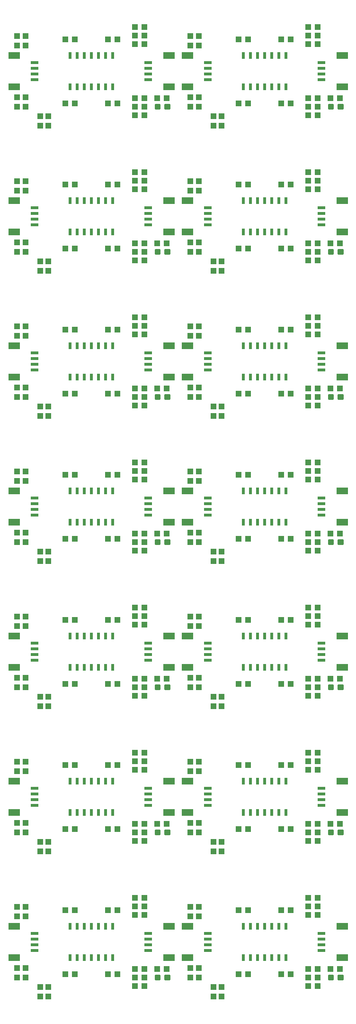
<source format=gtp>
G75*
%MOIN*%
%OFA0B0*%
%FSLAX25Y25*%
%IPPOS*%
%LPD*%
%AMOC8*
5,1,8,0,0,1.08239X$1,22.5*
%
%ADD10R,0.07874X0.04724*%
%ADD11R,0.05315X0.02362*%
%ADD12R,0.04331X0.03937*%
%ADD13R,0.03937X0.04331*%
%ADD14R,0.02362X0.04724*%
%ADD15C,0.01181*%
D10*
X0034281Y0067726D03*
X0034281Y0089774D03*
X0034281Y0169726D03*
X0034281Y0191774D03*
X0034281Y0271726D03*
X0034281Y0293774D03*
X0034281Y0373726D03*
X0034281Y0395774D03*
X0034281Y0475726D03*
X0034281Y0497774D03*
X0034281Y0577726D03*
X0034281Y0599774D03*
X0034281Y0679726D03*
X0034281Y0701774D03*
X0143219Y0701774D03*
X0156281Y0701774D03*
X0156281Y0679726D03*
X0143219Y0679726D03*
X0143219Y0599774D03*
X0156281Y0599774D03*
X0156281Y0577726D03*
X0143219Y0577726D03*
X0143219Y0497774D03*
X0156281Y0497774D03*
X0156281Y0475726D03*
X0143219Y0475726D03*
X0143219Y0395774D03*
X0143219Y0373726D03*
X0156281Y0373726D03*
X0156281Y0395774D03*
X0156281Y0293774D03*
X0143219Y0293774D03*
X0143219Y0271726D03*
X0156281Y0271726D03*
X0156281Y0191774D03*
X0143219Y0191774D03*
X0143219Y0169726D03*
X0156281Y0169726D03*
X0156281Y0089774D03*
X0143219Y0089774D03*
X0143219Y0067726D03*
X0156281Y0067726D03*
X0265219Y0067726D03*
X0265219Y0089774D03*
X0265219Y0169726D03*
X0265219Y0191774D03*
X0265219Y0271726D03*
X0265219Y0293774D03*
X0265219Y0373726D03*
X0265219Y0395774D03*
X0265219Y0475726D03*
X0265219Y0497774D03*
X0265219Y0577726D03*
X0265219Y0599774D03*
X0265219Y0679726D03*
X0265219Y0701774D03*
D11*
X0250750Y0696656D03*
X0250750Y0692719D03*
X0250750Y0688781D03*
X0250750Y0684844D03*
X0250750Y0594656D03*
X0250750Y0590719D03*
X0250750Y0586781D03*
X0250750Y0582844D03*
X0250750Y0492656D03*
X0250750Y0488719D03*
X0250750Y0484781D03*
X0250750Y0480844D03*
X0250750Y0390656D03*
X0250750Y0386719D03*
X0250750Y0382781D03*
X0250750Y0378844D03*
X0250750Y0288656D03*
X0250750Y0284719D03*
X0250750Y0280781D03*
X0250750Y0276844D03*
X0250750Y0186656D03*
X0250750Y0182719D03*
X0250750Y0178781D03*
X0250750Y0174844D03*
X0250750Y0084656D03*
X0250750Y0080719D03*
X0250750Y0076781D03*
X0250750Y0072844D03*
X0170750Y0072844D03*
X0170750Y0076781D03*
X0170750Y0080719D03*
X0170750Y0084656D03*
X0128750Y0084656D03*
X0128750Y0080719D03*
X0128750Y0076781D03*
X0128750Y0072844D03*
X0128750Y0174844D03*
X0128750Y0178781D03*
X0128750Y0182719D03*
X0128750Y0186656D03*
X0170750Y0186656D03*
X0170750Y0182719D03*
X0170750Y0178781D03*
X0170750Y0174844D03*
X0170750Y0276844D03*
X0170750Y0280781D03*
X0170750Y0284719D03*
X0170750Y0288656D03*
X0128750Y0288656D03*
X0128750Y0284719D03*
X0128750Y0280781D03*
X0128750Y0276844D03*
X0128750Y0378844D03*
X0128750Y0382781D03*
X0128750Y0386719D03*
X0128750Y0390656D03*
X0170750Y0390656D03*
X0170750Y0386719D03*
X0170750Y0382781D03*
X0170750Y0378844D03*
X0170750Y0480844D03*
X0170750Y0484781D03*
X0170750Y0488719D03*
X0170750Y0492656D03*
X0128750Y0492656D03*
X0128750Y0488719D03*
X0128750Y0484781D03*
X0128750Y0480844D03*
X0128750Y0582844D03*
X0128750Y0586781D03*
X0128750Y0590719D03*
X0128750Y0594656D03*
X0170750Y0594656D03*
X0170750Y0590719D03*
X0170750Y0586781D03*
X0170750Y0582844D03*
X0170750Y0684844D03*
X0170750Y0688781D03*
X0170750Y0692719D03*
X0170750Y0696656D03*
X0128750Y0696656D03*
X0128750Y0692719D03*
X0128750Y0688781D03*
X0128750Y0684844D03*
X0048750Y0684844D03*
X0048750Y0688781D03*
X0048750Y0692719D03*
X0048750Y0696656D03*
X0048750Y0594656D03*
X0048750Y0590719D03*
X0048750Y0586781D03*
X0048750Y0582844D03*
X0048750Y0492656D03*
X0048750Y0488719D03*
X0048750Y0484781D03*
X0048750Y0480844D03*
X0048750Y0390656D03*
X0048750Y0386719D03*
X0048750Y0382781D03*
X0048750Y0378844D03*
X0048750Y0288656D03*
X0048750Y0284719D03*
X0048750Y0280781D03*
X0048750Y0276844D03*
X0048750Y0186656D03*
X0048750Y0182719D03*
X0048750Y0178781D03*
X0048750Y0174844D03*
X0048750Y0084656D03*
X0048750Y0080719D03*
X0048750Y0076781D03*
X0048750Y0072844D03*
D12*
X0070404Y0056250D03*
X0077096Y0056250D03*
X0100404Y0056250D03*
X0107096Y0056250D03*
X0119404Y0053750D03*
X0119404Y0047750D03*
X0126096Y0047750D03*
X0126096Y0053750D03*
X0126096Y0059750D03*
X0119404Y0059750D03*
X0134904Y0059750D03*
X0141596Y0059750D03*
X0126096Y0097750D03*
X0126096Y0103750D03*
X0126096Y0109750D03*
X0119404Y0109750D03*
X0119404Y0103750D03*
X0119404Y0097750D03*
X0107096Y0101250D03*
X0100404Y0101250D03*
X0077096Y0101250D03*
X0070404Y0101250D03*
X0070404Y0158250D03*
X0077096Y0158250D03*
X0100404Y0158250D03*
X0107096Y0158250D03*
X0119404Y0155750D03*
X0119404Y0161750D03*
X0119404Y0149750D03*
X0126096Y0149750D03*
X0126096Y0155750D03*
X0126096Y0161750D03*
X0134904Y0161750D03*
X0141596Y0161750D03*
X0126096Y0199750D03*
X0126096Y0205750D03*
X0126096Y0211750D03*
X0119404Y0211750D03*
X0119404Y0205750D03*
X0119404Y0199750D03*
X0107096Y0203250D03*
X0100404Y0203250D03*
X0077096Y0203250D03*
X0070404Y0203250D03*
X0070404Y0260250D03*
X0077096Y0260250D03*
X0077096Y0305250D03*
X0070404Y0305250D03*
X0070404Y0362250D03*
X0077096Y0362250D03*
X0100404Y0362250D03*
X0107096Y0362250D03*
X0119404Y0359750D03*
X0119404Y0353750D03*
X0126096Y0353750D03*
X0126096Y0359750D03*
X0126096Y0365750D03*
X0119404Y0365750D03*
X0119404Y0403750D03*
X0119404Y0409750D03*
X0119404Y0415750D03*
X0126096Y0415750D03*
X0126096Y0409750D03*
X0126096Y0403750D03*
X0134904Y0365750D03*
X0141596Y0365750D03*
X0126096Y0313750D03*
X0126096Y0307750D03*
X0126096Y0301750D03*
X0119404Y0301750D03*
X0119404Y0307750D03*
X0119404Y0313750D03*
X0107096Y0305250D03*
X0100404Y0305250D03*
X0100404Y0260250D03*
X0107096Y0260250D03*
X0119404Y0257750D03*
X0119404Y0251750D03*
X0119404Y0263750D03*
X0126096Y0263750D03*
X0126096Y0257750D03*
X0126096Y0251750D03*
X0134904Y0263750D03*
X0141596Y0263750D03*
X0192404Y0260250D03*
X0199096Y0260250D03*
X0199096Y0305250D03*
X0192404Y0305250D03*
X0192404Y0362250D03*
X0199096Y0362250D03*
X0222404Y0362250D03*
X0229096Y0362250D03*
X0241404Y0359750D03*
X0241404Y0353750D03*
X0248096Y0353750D03*
X0248096Y0359750D03*
X0248096Y0365750D03*
X0241404Y0365750D03*
X0256904Y0365750D03*
X0263596Y0365750D03*
X0248096Y0403750D03*
X0248096Y0409750D03*
X0248096Y0415750D03*
X0241404Y0415750D03*
X0241404Y0409750D03*
X0241404Y0403750D03*
X0229096Y0407250D03*
X0222404Y0407250D03*
X0199096Y0407250D03*
X0192404Y0407250D03*
X0192404Y0464250D03*
X0199096Y0464250D03*
X0199096Y0509250D03*
X0192404Y0509250D03*
X0192404Y0566250D03*
X0199096Y0566250D03*
X0222404Y0566250D03*
X0229096Y0566250D03*
X0241404Y0563750D03*
X0241404Y0557750D03*
X0248096Y0557750D03*
X0248096Y0563750D03*
X0248096Y0569750D03*
X0241404Y0569750D03*
X0256904Y0569750D03*
X0263596Y0569750D03*
X0248096Y0607750D03*
X0248096Y0613750D03*
X0248096Y0619750D03*
X0241404Y0619750D03*
X0241404Y0613750D03*
X0241404Y0607750D03*
X0229096Y0611250D03*
X0222404Y0611250D03*
X0199096Y0611250D03*
X0192404Y0611250D03*
X0192404Y0668250D03*
X0199096Y0668250D03*
X0222404Y0668250D03*
X0229096Y0668250D03*
X0241404Y0665750D03*
X0241404Y0659750D03*
X0248096Y0659750D03*
X0248096Y0665750D03*
X0248096Y0671750D03*
X0241404Y0671750D03*
X0256904Y0671750D03*
X0263596Y0671750D03*
X0248096Y0709750D03*
X0248096Y0715750D03*
X0248096Y0721750D03*
X0241404Y0721750D03*
X0241404Y0715750D03*
X0241404Y0709750D03*
X0229096Y0713250D03*
X0222404Y0713250D03*
X0199096Y0713250D03*
X0192404Y0713250D03*
X0141596Y0671750D03*
X0134904Y0671750D03*
X0126096Y0671750D03*
X0126096Y0665750D03*
X0126096Y0659750D03*
X0119404Y0659750D03*
X0119404Y0665750D03*
X0119404Y0671750D03*
X0107096Y0668250D03*
X0100404Y0668250D03*
X0119404Y0709750D03*
X0119404Y0715750D03*
X0119404Y0721750D03*
X0126096Y0721750D03*
X0126096Y0715750D03*
X0126096Y0709750D03*
X0107096Y0713250D03*
X0100404Y0713250D03*
X0077096Y0713250D03*
X0070404Y0713250D03*
X0070404Y0668250D03*
X0077096Y0668250D03*
X0077096Y0611250D03*
X0070404Y0611250D03*
X0070404Y0566250D03*
X0077096Y0566250D03*
X0100404Y0566250D03*
X0107096Y0566250D03*
X0119404Y0563750D03*
X0119404Y0557750D03*
X0126096Y0557750D03*
X0126096Y0563750D03*
X0126096Y0569750D03*
X0119404Y0569750D03*
X0134904Y0569750D03*
X0141596Y0569750D03*
X0126096Y0607750D03*
X0126096Y0613750D03*
X0126096Y0619750D03*
X0119404Y0619750D03*
X0119404Y0613750D03*
X0119404Y0607750D03*
X0107096Y0611250D03*
X0100404Y0611250D03*
X0119404Y0517750D03*
X0119404Y0511750D03*
X0119404Y0505750D03*
X0126096Y0505750D03*
X0126096Y0511750D03*
X0126096Y0517750D03*
X0107096Y0509250D03*
X0100404Y0509250D03*
X0100404Y0464250D03*
X0107096Y0464250D03*
X0119404Y0461750D03*
X0119404Y0467750D03*
X0119404Y0455750D03*
X0126096Y0455750D03*
X0126096Y0461750D03*
X0126096Y0467750D03*
X0134904Y0467750D03*
X0141596Y0467750D03*
X0107096Y0407250D03*
X0100404Y0407250D03*
X0077096Y0407250D03*
X0070404Y0407250D03*
X0070404Y0464250D03*
X0077096Y0464250D03*
X0077096Y0509250D03*
X0070404Y0509250D03*
X0192404Y0203250D03*
X0199096Y0203250D03*
X0222404Y0203250D03*
X0229096Y0203250D03*
X0241404Y0205750D03*
X0241404Y0199750D03*
X0248096Y0199750D03*
X0248096Y0205750D03*
X0248096Y0211750D03*
X0241404Y0211750D03*
X0241404Y0251750D03*
X0241404Y0257750D03*
X0241404Y0263750D03*
X0248096Y0263750D03*
X0248096Y0257750D03*
X0248096Y0251750D03*
X0256904Y0263750D03*
X0263596Y0263750D03*
X0248096Y0301750D03*
X0248096Y0307750D03*
X0248096Y0313750D03*
X0241404Y0313750D03*
X0241404Y0307750D03*
X0241404Y0301750D03*
X0229096Y0305250D03*
X0222404Y0305250D03*
X0222404Y0260250D03*
X0229096Y0260250D03*
X0241404Y0161750D03*
X0241404Y0155750D03*
X0241404Y0149750D03*
X0248096Y0149750D03*
X0248096Y0155750D03*
X0248096Y0161750D03*
X0256904Y0161750D03*
X0263596Y0161750D03*
X0248096Y0109750D03*
X0248096Y0103750D03*
X0248096Y0097750D03*
X0241404Y0097750D03*
X0241404Y0103750D03*
X0241404Y0109750D03*
X0229096Y0101250D03*
X0222404Y0101250D03*
X0241404Y0059750D03*
X0241404Y0053750D03*
X0241404Y0047750D03*
X0248096Y0047750D03*
X0248096Y0053750D03*
X0248096Y0059750D03*
X0256904Y0059750D03*
X0263596Y0059750D03*
X0229096Y0056250D03*
X0222404Y0056250D03*
X0199096Y0056250D03*
X0192404Y0056250D03*
X0192404Y0101250D03*
X0199096Y0101250D03*
X0199096Y0158250D03*
X0192404Y0158250D03*
X0222404Y0158250D03*
X0229096Y0158250D03*
X0241404Y0455750D03*
X0241404Y0461750D03*
X0241404Y0467750D03*
X0248096Y0467750D03*
X0248096Y0461750D03*
X0248096Y0455750D03*
X0256904Y0467750D03*
X0263596Y0467750D03*
X0248096Y0505750D03*
X0248096Y0511750D03*
X0248096Y0517750D03*
X0241404Y0517750D03*
X0241404Y0511750D03*
X0241404Y0505750D03*
X0229096Y0509250D03*
X0222404Y0509250D03*
X0222404Y0464250D03*
X0229096Y0464250D03*
D13*
X0036250Y0053904D03*
X0036250Y0060596D03*
X0042250Y0060596D03*
X0042250Y0053904D03*
X0052750Y0047096D03*
X0058250Y0047096D03*
X0058250Y0040404D03*
X0052750Y0040404D03*
X0042250Y0096904D03*
X0042250Y0103596D03*
X0036250Y0103596D03*
X0036250Y0096904D03*
X0052750Y0142404D03*
X0058250Y0142404D03*
X0058250Y0149096D03*
X0052750Y0149096D03*
X0042250Y0155904D03*
X0042250Y0162596D03*
X0036250Y0162596D03*
X0036250Y0155904D03*
X0036250Y0198904D03*
X0036250Y0205596D03*
X0042250Y0205596D03*
X0042250Y0198904D03*
X0052750Y0244404D03*
X0058250Y0244404D03*
X0058250Y0251096D03*
X0052750Y0251096D03*
X0042250Y0257904D03*
X0042250Y0264596D03*
X0036250Y0264596D03*
X0036250Y0257904D03*
X0036250Y0300904D03*
X0036250Y0307596D03*
X0042250Y0307596D03*
X0042250Y0300904D03*
X0052750Y0346404D03*
X0058250Y0346404D03*
X0058250Y0353096D03*
X0052750Y0353096D03*
X0042250Y0359904D03*
X0042250Y0366596D03*
X0036250Y0366596D03*
X0036250Y0359904D03*
X0036250Y0402904D03*
X0036250Y0409596D03*
X0042250Y0409596D03*
X0042250Y0402904D03*
X0052750Y0448404D03*
X0058250Y0448404D03*
X0058250Y0455096D03*
X0052750Y0455096D03*
X0042250Y0461904D03*
X0042250Y0468596D03*
X0036250Y0468596D03*
X0036250Y0461904D03*
X0036250Y0504904D03*
X0036250Y0511596D03*
X0042250Y0511596D03*
X0042250Y0504904D03*
X0052750Y0550404D03*
X0058250Y0550404D03*
X0058250Y0557096D03*
X0052750Y0557096D03*
X0042250Y0563904D03*
X0042250Y0570596D03*
X0036250Y0570596D03*
X0036250Y0563904D03*
X0036250Y0606904D03*
X0036250Y0613596D03*
X0042250Y0613596D03*
X0042250Y0606904D03*
X0052750Y0652404D03*
X0058250Y0652404D03*
X0058250Y0659096D03*
X0052750Y0659096D03*
X0042250Y0665904D03*
X0042250Y0672596D03*
X0036250Y0672596D03*
X0036250Y0665904D03*
X0036250Y0708904D03*
X0036250Y0715596D03*
X0042250Y0715596D03*
X0042250Y0708904D03*
X0158250Y0708904D03*
X0164250Y0708904D03*
X0164250Y0715596D03*
X0158250Y0715596D03*
X0158250Y0672596D03*
X0164250Y0672596D03*
X0164250Y0665904D03*
X0158250Y0665904D03*
X0174750Y0659096D03*
X0174750Y0652404D03*
X0180250Y0652404D03*
X0180250Y0659096D03*
X0164250Y0613596D03*
X0158250Y0613596D03*
X0158250Y0606904D03*
X0164250Y0606904D03*
X0164250Y0570596D03*
X0158250Y0570596D03*
X0158250Y0563904D03*
X0164250Y0563904D03*
X0174750Y0557096D03*
X0174750Y0550404D03*
X0180250Y0550404D03*
X0180250Y0557096D03*
X0164250Y0511596D03*
X0158250Y0511596D03*
X0158250Y0504904D03*
X0164250Y0504904D03*
X0164250Y0468596D03*
X0158250Y0468596D03*
X0158250Y0461904D03*
X0164250Y0461904D03*
X0174750Y0455096D03*
X0174750Y0448404D03*
X0180250Y0448404D03*
X0180250Y0455096D03*
X0164250Y0409596D03*
X0158250Y0409596D03*
X0158250Y0402904D03*
X0164250Y0402904D03*
X0164250Y0366596D03*
X0158250Y0366596D03*
X0158250Y0359904D03*
X0164250Y0359904D03*
X0174750Y0353096D03*
X0174750Y0346404D03*
X0180250Y0346404D03*
X0180250Y0353096D03*
X0164250Y0307596D03*
X0158250Y0307596D03*
X0158250Y0300904D03*
X0164250Y0300904D03*
X0164250Y0264596D03*
X0158250Y0264596D03*
X0158250Y0257904D03*
X0164250Y0257904D03*
X0174750Y0251096D03*
X0174750Y0244404D03*
X0180250Y0244404D03*
X0180250Y0251096D03*
X0164250Y0205596D03*
X0158250Y0205596D03*
X0158250Y0198904D03*
X0164250Y0198904D03*
X0164250Y0162596D03*
X0158250Y0162596D03*
X0158250Y0155904D03*
X0164250Y0155904D03*
X0174750Y0149096D03*
X0174750Y0142404D03*
X0180250Y0142404D03*
X0180250Y0149096D03*
X0164250Y0103596D03*
X0158250Y0103596D03*
X0158250Y0096904D03*
X0164250Y0096904D03*
X0164250Y0060596D03*
X0158250Y0060596D03*
X0158250Y0053904D03*
X0164250Y0053904D03*
X0174750Y0047096D03*
X0174750Y0040404D03*
X0180250Y0040404D03*
X0180250Y0047096D03*
D14*
X0195750Y0067726D03*
X0200750Y0067726D03*
X0205750Y0067726D03*
X0210750Y0067726D03*
X0215750Y0067726D03*
X0220750Y0067726D03*
X0225750Y0067726D03*
X0225750Y0089774D03*
X0220750Y0089774D03*
X0215750Y0089774D03*
X0210750Y0089774D03*
X0205750Y0089774D03*
X0200750Y0089774D03*
X0195750Y0089774D03*
X0195750Y0169726D03*
X0200750Y0169726D03*
X0205750Y0169726D03*
X0210750Y0169726D03*
X0215750Y0169726D03*
X0220750Y0169726D03*
X0225750Y0169726D03*
X0225750Y0191774D03*
X0220750Y0191774D03*
X0215750Y0191774D03*
X0210750Y0191774D03*
X0205750Y0191774D03*
X0200750Y0191774D03*
X0195750Y0191774D03*
X0195750Y0271726D03*
X0200750Y0271726D03*
X0205750Y0271726D03*
X0210750Y0271726D03*
X0215750Y0271726D03*
X0220750Y0271726D03*
X0225750Y0271726D03*
X0225750Y0293774D03*
X0220750Y0293774D03*
X0215750Y0293774D03*
X0210750Y0293774D03*
X0205750Y0293774D03*
X0200750Y0293774D03*
X0195750Y0293774D03*
X0195750Y0373726D03*
X0200750Y0373726D03*
X0205750Y0373726D03*
X0210750Y0373726D03*
X0215750Y0373726D03*
X0220750Y0373726D03*
X0225750Y0373726D03*
X0225750Y0395774D03*
X0220750Y0395774D03*
X0215750Y0395774D03*
X0210750Y0395774D03*
X0205750Y0395774D03*
X0200750Y0395774D03*
X0195750Y0395774D03*
X0195750Y0475726D03*
X0200750Y0475726D03*
X0205750Y0475726D03*
X0210750Y0475726D03*
X0215750Y0475726D03*
X0220750Y0475726D03*
X0225750Y0475726D03*
X0225750Y0497774D03*
X0220750Y0497774D03*
X0215750Y0497774D03*
X0210750Y0497774D03*
X0205750Y0497774D03*
X0200750Y0497774D03*
X0195750Y0497774D03*
X0195750Y0577726D03*
X0200750Y0577726D03*
X0205750Y0577726D03*
X0210750Y0577726D03*
X0215750Y0577726D03*
X0220750Y0577726D03*
X0225750Y0577726D03*
X0225750Y0599774D03*
X0220750Y0599774D03*
X0215750Y0599774D03*
X0210750Y0599774D03*
X0205750Y0599774D03*
X0200750Y0599774D03*
X0195750Y0599774D03*
X0195750Y0679726D03*
X0200750Y0679726D03*
X0205750Y0679726D03*
X0210750Y0679726D03*
X0215750Y0679726D03*
X0220750Y0679726D03*
X0225750Y0679726D03*
X0225750Y0701774D03*
X0220750Y0701774D03*
X0215750Y0701774D03*
X0210750Y0701774D03*
X0205750Y0701774D03*
X0200750Y0701774D03*
X0195750Y0701774D03*
X0103750Y0701774D03*
X0098750Y0701774D03*
X0093750Y0701774D03*
X0088750Y0701774D03*
X0083750Y0701774D03*
X0078750Y0701774D03*
X0073750Y0701774D03*
X0073750Y0679726D03*
X0078750Y0679726D03*
X0083750Y0679726D03*
X0088750Y0679726D03*
X0093750Y0679726D03*
X0098750Y0679726D03*
X0103750Y0679726D03*
X0103750Y0599774D03*
X0098750Y0599774D03*
X0093750Y0599774D03*
X0088750Y0599774D03*
X0083750Y0599774D03*
X0078750Y0599774D03*
X0073750Y0599774D03*
X0073750Y0577726D03*
X0078750Y0577726D03*
X0083750Y0577726D03*
X0088750Y0577726D03*
X0093750Y0577726D03*
X0098750Y0577726D03*
X0103750Y0577726D03*
X0103750Y0497774D03*
X0098750Y0497774D03*
X0093750Y0497774D03*
X0088750Y0497774D03*
X0083750Y0497774D03*
X0078750Y0497774D03*
X0073750Y0497774D03*
X0073750Y0475726D03*
X0078750Y0475726D03*
X0083750Y0475726D03*
X0088750Y0475726D03*
X0093750Y0475726D03*
X0098750Y0475726D03*
X0103750Y0475726D03*
X0103750Y0395774D03*
X0098750Y0395774D03*
X0093750Y0395774D03*
X0088750Y0395774D03*
X0083750Y0395774D03*
X0078750Y0395774D03*
X0073750Y0395774D03*
X0073750Y0373726D03*
X0078750Y0373726D03*
X0083750Y0373726D03*
X0088750Y0373726D03*
X0093750Y0373726D03*
X0098750Y0373726D03*
X0103750Y0373726D03*
X0103750Y0293774D03*
X0098750Y0293774D03*
X0093750Y0293774D03*
X0088750Y0293774D03*
X0083750Y0293774D03*
X0078750Y0293774D03*
X0073750Y0293774D03*
X0073750Y0271726D03*
X0078750Y0271726D03*
X0083750Y0271726D03*
X0088750Y0271726D03*
X0093750Y0271726D03*
X0098750Y0271726D03*
X0103750Y0271726D03*
X0103750Y0191774D03*
X0098750Y0191774D03*
X0093750Y0191774D03*
X0088750Y0191774D03*
X0083750Y0191774D03*
X0078750Y0191774D03*
X0073750Y0191774D03*
X0073750Y0169726D03*
X0078750Y0169726D03*
X0083750Y0169726D03*
X0088750Y0169726D03*
X0093750Y0169726D03*
X0098750Y0169726D03*
X0103750Y0169726D03*
X0103750Y0089774D03*
X0098750Y0089774D03*
X0093750Y0089774D03*
X0088750Y0089774D03*
X0083750Y0089774D03*
X0078750Y0089774D03*
X0073750Y0089774D03*
X0073750Y0067726D03*
X0078750Y0067726D03*
X0083750Y0067726D03*
X0088750Y0067726D03*
X0093750Y0067726D03*
X0098750Y0067726D03*
X0103750Y0067726D03*
D15*
X0136675Y0055128D02*
X0136675Y0052372D01*
X0133919Y0052372D01*
X0133919Y0055128D01*
X0136675Y0055128D01*
X0136675Y0053494D02*
X0133919Y0053494D01*
X0133919Y0054616D02*
X0136675Y0054616D01*
X0143581Y0055128D02*
X0143581Y0052372D01*
X0140825Y0052372D01*
X0140825Y0055128D01*
X0143581Y0055128D01*
X0143581Y0053494D02*
X0140825Y0053494D01*
X0140825Y0054616D02*
X0143581Y0054616D01*
X0143581Y0154372D02*
X0143581Y0157128D01*
X0143581Y0154372D02*
X0140825Y0154372D01*
X0140825Y0157128D01*
X0143581Y0157128D01*
X0143581Y0155494D02*
X0140825Y0155494D01*
X0140825Y0156616D02*
X0143581Y0156616D01*
X0136675Y0157128D02*
X0136675Y0154372D01*
X0133919Y0154372D01*
X0133919Y0157128D01*
X0136675Y0157128D01*
X0136675Y0155494D02*
X0133919Y0155494D01*
X0133919Y0156616D02*
X0136675Y0156616D01*
X0136675Y0256372D02*
X0136675Y0259128D01*
X0136675Y0256372D02*
X0133919Y0256372D01*
X0133919Y0259128D01*
X0136675Y0259128D01*
X0136675Y0257494D02*
X0133919Y0257494D01*
X0133919Y0258616D02*
X0136675Y0258616D01*
X0143581Y0259128D02*
X0143581Y0256372D01*
X0140825Y0256372D01*
X0140825Y0259128D01*
X0143581Y0259128D01*
X0143581Y0257494D02*
X0140825Y0257494D01*
X0140825Y0258616D02*
X0143581Y0258616D01*
X0143581Y0358372D02*
X0143581Y0361128D01*
X0143581Y0358372D02*
X0140825Y0358372D01*
X0140825Y0361128D01*
X0143581Y0361128D01*
X0143581Y0359494D02*
X0140825Y0359494D01*
X0140825Y0360616D02*
X0143581Y0360616D01*
X0136675Y0361128D02*
X0136675Y0358372D01*
X0133919Y0358372D01*
X0133919Y0361128D01*
X0136675Y0361128D01*
X0136675Y0359494D02*
X0133919Y0359494D01*
X0133919Y0360616D02*
X0136675Y0360616D01*
X0136675Y0460372D02*
X0136675Y0463128D01*
X0136675Y0460372D02*
X0133919Y0460372D01*
X0133919Y0463128D01*
X0136675Y0463128D01*
X0136675Y0461494D02*
X0133919Y0461494D01*
X0133919Y0462616D02*
X0136675Y0462616D01*
X0143581Y0463128D02*
X0143581Y0460372D01*
X0140825Y0460372D01*
X0140825Y0463128D01*
X0143581Y0463128D01*
X0143581Y0461494D02*
X0140825Y0461494D01*
X0140825Y0462616D02*
X0143581Y0462616D01*
X0143581Y0562372D02*
X0143581Y0565128D01*
X0143581Y0562372D02*
X0140825Y0562372D01*
X0140825Y0565128D01*
X0143581Y0565128D01*
X0143581Y0563494D02*
X0140825Y0563494D01*
X0140825Y0564616D02*
X0143581Y0564616D01*
X0136675Y0565128D02*
X0136675Y0562372D01*
X0133919Y0562372D01*
X0133919Y0565128D01*
X0136675Y0565128D01*
X0136675Y0563494D02*
X0133919Y0563494D01*
X0133919Y0564616D02*
X0136675Y0564616D01*
X0136675Y0664372D02*
X0136675Y0667128D01*
X0136675Y0664372D02*
X0133919Y0664372D01*
X0133919Y0667128D01*
X0136675Y0667128D01*
X0136675Y0665494D02*
X0133919Y0665494D01*
X0133919Y0666616D02*
X0136675Y0666616D01*
X0143581Y0667128D02*
X0143581Y0664372D01*
X0140825Y0664372D01*
X0140825Y0667128D01*
X0143581Y0667128D01*
X0143581Y0665494D02*
X0140825Y0665494D01*
X0140825Y0666616D02*
X0143581Y0666616D01*
X0258675Y0667128D02*
X0258675Y0664372D01*
X0255919Y0664372D01*
X0255919Y0667128D01*
X0258675Y0667128D01*
X0258675Y0665494D02*
X0255919Y0665494D01*
X0255919Y0666616D02*
X0258675Y0666616D01*
X0265581Y0667128D02*
X0265581Y0664372D01*
X0262825Y0664372D01*
X0262825Y0667128D01*
X0265581Y0667128D01*
X0265581Y0665494D02*
X0262825Y0665494D01*
X0262825Y0666616D02*
X0265581Y0666616D01*
X0265581Y0565128D02*
X0265581Y0562372D01*
X0262825Y0562372D01*
X0262825Y0565128D01*
X0265581Y0565128D01*
X0265581Y0563494D02*
X0262825Y0563494D01*
X0262825Y0564616D02*
X0265581Y0564616D01*
X0258675Y0565128D02*
X0258675Y0562372D01*
X0255919Y0562372D01*
X0255919Y0565128D01*
X0258675Y0565128D01*
X0258675Y0563494D02*
X0255919Y0563494D01*
X0255919Y0564616D02*
X0258675Y0564616D01*
X0258675Y0463128D02*
X0258675Y0460372D01*
X0255919Y0460372D01*
X0255919Y0463128D01*
X0258675Y0463128D01*
X0258675Y0461494D02*
X0255919Y0461494D01*
X0255919Y0462616D02*
X0258675Y0462616D01*
X0265581Y0463128D02*
X0265581Y0460372D01*
X0262825Y0460372D01*
X0262825Y0463128D01*
X0265581Y0463128D01*
X0265581Y0461494D02*
X0262825Y0461494D01*
X0262825Y0462616D02*
X0265581Y0462616D01*
X0265581Y0361128D02*
X0265581Y0358372D01*
X0262825Y0358372D01*
X0262825Y0361128D01*
X0265581Y0361128D01*
X0265581Y0359494D02*
X0262825Y0359494D01*
X0262825Y0360616D02*
X0265581Y0360616D01*
X0258675Y0361128D02*
X0258675Y0358372D01*
X0255919Y0358372D01*
X0255919Y0361128D01*
X0258675Y0361128D01*
X0258675Y0359494D02*
X0255919Y0359494D01*
X0255919Y0360616D02*
X0258675Y0360616D01*
X0258675Y0259128D02*
X0258675Y0256372D01*
X0255919Y0256372D01*
X0255919Y0259128D01*
X0258675Y0259128D01*
X0258675Y0257494D02*
X0255919Y0257494D01*
X0255919Y0258616D02*
X0258675Y0258616D01*
X0265581Y0259128D02*
X0265581Y0256372D01*
X0262825Y0256372D01*
X0262825Y0259128D01*
X0265581Y0259128D01*
X0265581Y0257494D02*
X0262825Y0257494D01*
X0262825Y0258616D02*
X0265581Y0258616D01*
X0265581Y0157128D02*
X0265581Y0154372D01*
X0262825Y0154372D01*
X0262825Y0157128D01*
X0265581Y0157128D01*
X0265581Y0155494D02*
X0262825Y0155494D01*
X0262825Y0156616D02*
X0265581Y0156616D01*
X0258675Y0157128D02*
X0258675Y0154372D01*
X0255919Y0154372D01*
X0255919Y0157128D01*
X0258675Y0157128D01*
X0258675Y0155494D02*
X0255919Y0155494D01*
X0255919Y0156616D02*
X0258675Y0156616D01*
X0258675Y0055128D02*
X0258675Y0052372D01*
X0255919Y0052372D01*
X0255919Y0055128D01*
X0258675Y0055128D01*
X0258675Y0053494D02*
X0255919Y0053494D01*
X0255919Y0054616D02*
X0258675Y0054616D01*
X0265581Y0055128D02*
X0265581Y0052372D01*
X0262825Y0052372D01*
X0262825Y0055128D01*
X0265581Y0055128D01*
X0265581Y0053494D02*
X0262825Y0053494D01*
X0262825Y0054616D02*
X0265581Y0054616D01*
M02*

</source>
